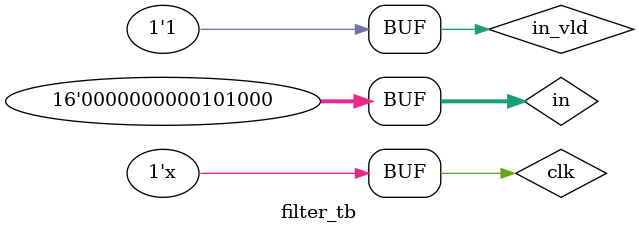
<source format=v>
`timescale 1ns / 1ps

module filter_tb(

    );
    parameter NUMBER_WIDTH = 16;
    reg clk;
    reg  [NUMBER_WIDTH-1: 0] in;
    reg  in_vld;
    wire [NUMBER_WIDTH-1: 0] out;
    
    filter filter1(
            .clk(clk),
            .input_number(in),
            .output_number(out),
            .input_valid(in_vld)
    );
    
    initial begin
        clk = 0;
        in = 10;
        in_vld = 1;
        #20 in = 20;
        #20 in = 30;
        #20 in = 40;
         
    end
    always
        #10 clk = ~clk;
endmodule

</source>
